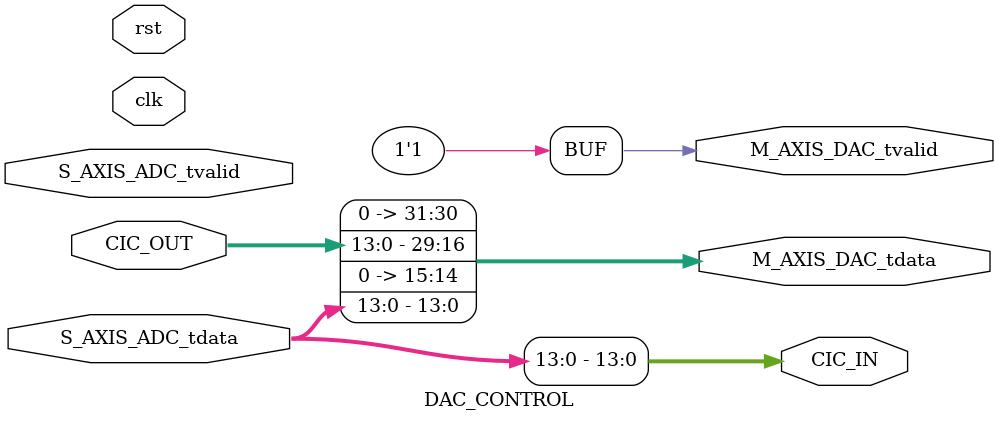
<source format=v>
`timescale 1ns / 1ps


module DAC_CONTROL(input clk, input rst, output [13:0] CIC_IN, input [13:0] CIC_OUT,
    (* X_INTERFACE_PARAMETER = "FREQ_HZ 125000000" *)
    input wire [31:0]  S_AXIS_ADC_tdata, //contains channel 1 phase error
    input wire         S_AXIS_ADC_tvalid,
    (* X_INTERFACE_PARAMETER = "FREQ_HZ 125000000" *)
    output wire [31:0]  M_AXIS_DAC_tdata, //contains channel 1 phase error
    output wire         M_AXIS_DAC_tvalid
    );
    
    reg [13:0] DAC1;
    reg [13:0] DAC2;
    
    assign M_AXIS_DAC_tdata = {2'b0, CIC_OUT, 2'b0, S_AXIS_ADC_tdata[13:0]};
    assign M_AXIS_DAC_tvalid = 1'b1;
    
    assign CIC_IN = S_AXIS_ADC_tdata[13:0];
    
    always @ (posedge clk or posedge rst) begin
        if(rst) begin
            DAC1 <= 0;
            DAC2 <= 0;
        end
        else begin
            DAC1 <= S_AXIS_ADC_tdata[13:0];
            DAC2 <= CIC_OUT;
        end
    end
endmodule

</source>
